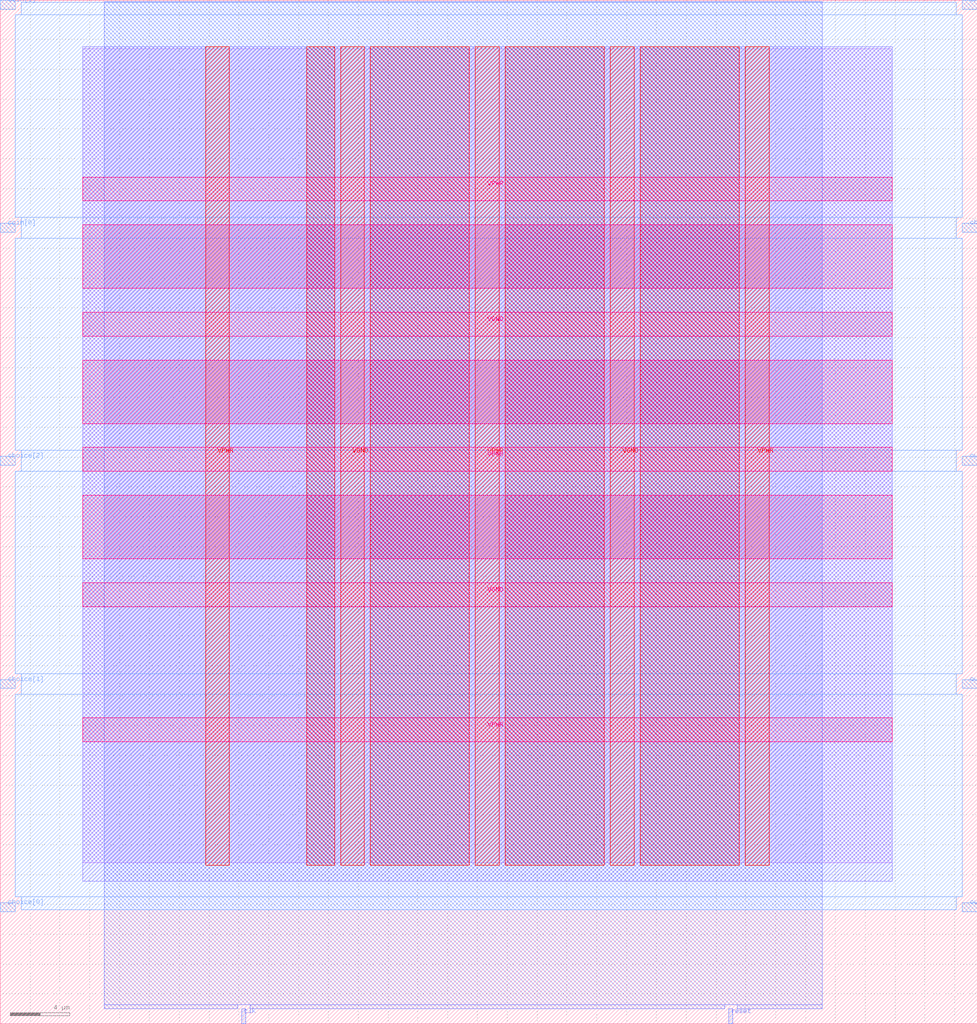
<source format=lef>
VERSION 5.7 ;
  NOWIREEXTENSIONATPIN ON ;
  DIVIDERCHAR "/" ;
  BUSBITCHARS "[]" ;
MACRO vm
  CLASS BLOCK ;
  FOREIGN vm ;
  ORIGIN 0.000 0.000 ;
  SIZE 65.510 BY 68.640 ;
  PIN change[0]
    DIRECTION OUTPUT TRISTATE ;
    USE SIGNAL ;
    PORT
      LAYER met3 ;
        RECT 64.510 53.080 65.510 53.680 ;
    END
  END change[0]
  PIN change[1]
    DIRECTION OUTPUT TRISTATE ;
    USE SIGNAL ;
    PORT
      LAYER met3 ;
        RECT 64.510 68.040 65.510 68.640 ;
    END
  END change[1]
  PIN choice[0]
    DIRECTION INPUT ;
    USE SIGNAL ;
    PORT
      LAYER met3 ;
        RECT 0.000 7.520 1.000 8.120 ;
    END
  END choice[0]
  PIN choice[1]
    DIRECTION INPUT ;
    USE SIGNAL ;
    PORT
      LAYER met3 ;
        RECT 0.000 22.480 1.000 23.080 ;
    END
  END choice[1]
  PIN choice[2]
    DIRECTION INPUT ;
    USE SIGNAL ;
    PORT
      LAYER met3 ;
        RECT 0.000 37.440 1.000 38.040 ;
    END
  END choice[2]
  PIN clk
    DIRECTION INPUT ;
    USE SIGNAL ;
    PORT
      LAYER met2 ;
        RECT 16.190 0.000 16.470 1.000 ;
    END
  END clk
  PIN coin[0]
    DIRECTION INPUT ;
    USE SIGNAL ;
    PORT
      LAYER met3 ;
        RECT 0.000 53.080 1.000 53.680 ;
    END
  END coin[0]
  PIN coin[1]
    DIRECTION INPUT ;
    USE SIGNAL ;
    PORT
      LAYER met3 ;
        RECT 0.000 68.040 1.000 68.640 ;
    END
  END coin[1]
  PIN out[0]
    DIRECTION OUTPUT TRISTATE ;
    USE SIGNAL ;
    PORT
      LAYER met3 ;
        RECT 64.510 7.520 65.510 8.120 ;
    END
  END out[0]
  PIN out[1]
    DIRECTION OUTPUT TRISTATE ;
    USE SIGNAL ;
    PORT
      LAYER met3 ;
        RECT 64.510 22.480 65.510 23.080 ;
    END
  END out[1]
  PIN out[2]
    DIRECTION OUTPUT TRISTATE ;
    USE SIGNAL ;
    PORT
      LAYER met3 ;
        RECT 64.510 37.440 65.510 38.040 ;
    END
  END out[2]
  PIN reset
    DIRECTION INPUT ;
    USE SIGNAL ;
    PORT
      LAYER met2 ;
        RECT 48.850 0.000 49.130 1.000 ;
    END
  END reset
  PIN VPWR
    DIRECTION INOUT ;
    USE POWER ;
    PORT
      LAYER met4 ;
        RECT 49.955 10.640 51.555 65.520 ;
    END
  END VPWR
  PIN VPWR
    DIRECTION INOUT ;
    USE POWER ;
    PORT
      LAYER met4 ;
        RECT 31.860 10.640 33.460 65.520 ;
    END
  END VPWR
  PIN VPWR
    DIRECTION INOUT ;
    USE POWER ;
    PORT
      LAYER met4 ;
        RECT 13.765 10.640 15.365 65.520 ;
    END
  END VPWR
  PIN VPWR
    DIRECTION INOUT ;
    USE POWER ;
    PORT
      LAYER met5 ;
        RECT 5.520 55.175 59.800 56.775 ;
    END
  END VPWR
  PIN VPWR
    DIRECTION INOUT ;
    USE POWER ;
    PORT
      LAYER met5 ;
        RECT 5.520 37.040 59.800 38.640 ;
    END
  END VPWR
  PIN VPWR
    DIRECTION INOUT ;
    USE POWER ;
    PORT
      LAYER met5 ;
        RECT 5.520 18.905 59.800 20.505 ;
    END
  END VPWR
  PIN VGND
    DIRECTION INOUT ;
    USE GROUND ;
    PORT
      LAYER met4 ;
        RECT 40.905 10.640 42.505 65.520 ;
    END
  END VGND
  PIN VGND
    DIRECTION INOUT ;
    USE GROUND ;
    PORT
      LAYER met4 ;
        RECT 22.815 10.640 24.415 65.520 ;
    END
  END VGND
  PIN VGND
    DIRECTION INOUT ;
    USE GROUND ;
    PORT
      LAYER met5 ;
        RECT 5.520 46.105 59.800 47.705 ;
    END
  END VGND
  PIN VGND
    DIRECTION INOUT ;
    USE GROUND ;
    PORT
      LAYER met5 ;
        RECT 5.520 27.975 59.800 29.575 ;
    END
  END VGND
  OBS
      LAYER li1 ;
        RECT 5.520 10.795 59.800 65.365 ;
      LAYER met1 ;
        RECT 5.520 9.560 59.800 65.520 ;
      LAYER met2 ;
        RECT 6.990 1.280 55.110 68.525 ;
        RECT 6.990 1.000 15.910 1.280 ;
        RECT 16.750 1.000 48.570 1.280 ;
        RECT 49.410 1.000 55.110 1.280 ;
      LAYER met3 ;
        RECT 1.400 67.640 64.110 68.505 ;
        RECT 1.000 54.080 64.510 67.640 ;
        RECT 1.400 52.680 64.110 54.080 ;
        RECT 1.000 38.440 64.510 52.680 ;
        RECT 1.400 37.040 64.110 38.440 ;
        RECT 1.000 23.480 64.510 37.040 ;
        RECT 1.400 22.080 64.110 23.480 ;
        RECT 1.000 8.520 64.510 22.080 ;
        RECT 1.400 7.655 64.110 8.520 ;
      LAYER met4 ;
        RECT 20.535 10.640 22.415 65.520 ;
        RECT 24.815 10.640 31.460 65.520 ;
        RECT 33.860 10.640 40.505 65.520 ;
        RECT 42.905 10.640 49.555 65.520 ;
      LAYER met5 ;
        RECT 5.520 49.305 59.800 53.575 ;
        RECT 5.520 40.240 59.800 44.505 ;
        RECT 5.520 31.175 59.800 35.440 ;
  END
END vm
END LIBRARY


</source>
